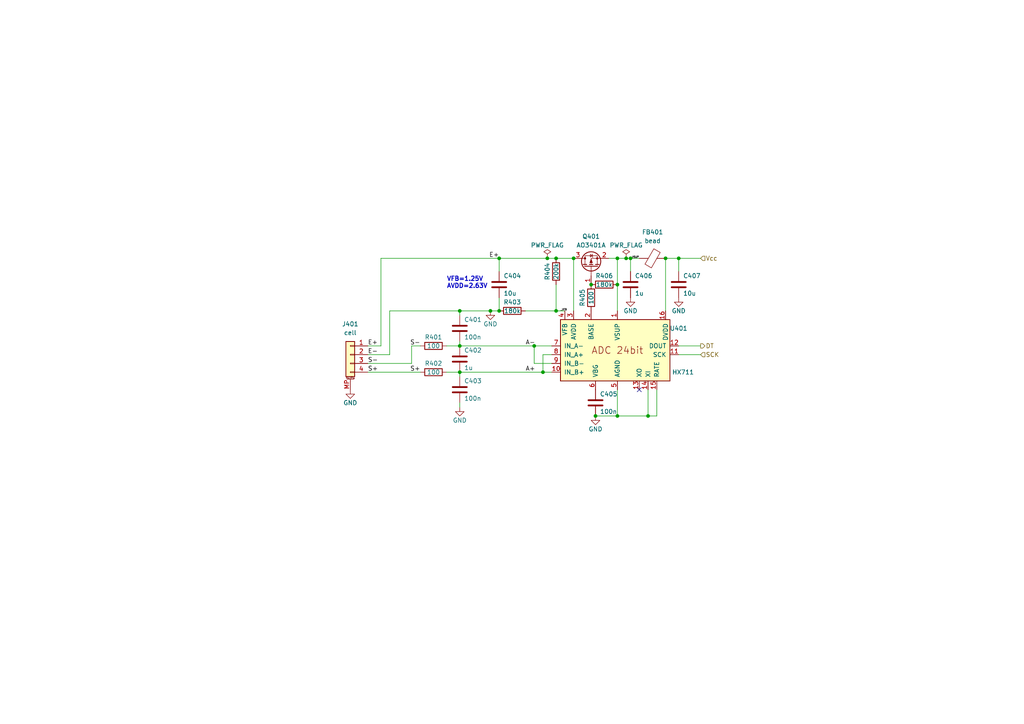
<source format=kicad_sch>
(kicad_sch (version 20211123) (generator eeschema)
  (paper "A4")
  (title_block (title "WiScale") (date "2022-11-14") (rev "1.0"))
  (lib_symbols
    (symbol "-modules:HX711" (pin_names (offset 1.016))
      (property "Reference" "U" (at 2.54 10.16 0))
      (property "Value" "HX711" (at -16.51 -10.16 0))
      (symbol "HX711_0_0"
        (text "ADC 24bit" (at 0 0 0) (effects (font (size 2 2))))
      )
      (symbol "HX711_0_1"
        (rectangle (start -16.51 8.89) (end 15.24 -8.89) (stroke (width 0.254)) (fill (type background)))
      )
      (symbol "HX711_1_1"
        (pin power_in line (at 0 11.43 270) (length 2.54) (name "VSUP") (number "1"))
        (pin input line (at -19.05 -6.35 0) (length 2.54) (name "IN_B+") (number "10"))
        (pin input line (at 17.78 -1.27 180) (length 2.54) (name "SCK") (number "11"))
        (pin output line (at 17.78 1.27 180) (length 2.54) (name "DOUT") (number "12"))
        (pin bidirectional line (at 6.35 -11.43 90) (length 2.54) (name "XO") (number "13"))
        (pin input line (at 8.89 -11.43 90) (length 2.54) (name "XI") (number "14"))
        (pin input line (at 11.43 -11.43 90) (length 2.54) (name "RATE") (number "15"))
        (pin power_in line (at 13.97 11.43 270) (length 2.54) (name "DVDD") (number "16"))
        (pin output line (at -7.62 11.43 270) (length 2.54) (name "BASE") (number "2"))
        (pin power_in line (at -12.7 11.43 270) (length 2.54) (name "AVDD") (number "3"))
        (pin input line (at -15.24 11.43 270) (length 2.54) (name "VFB") (number "4"))
        (pin power_in line (at 0 -11.43 90) (length 2.54) (name "AGND") (number "5"))
        (pin output line (at -6.35 -11.43 90) (length 2.54) (name "VBG") (number "6"))
        (pin input line (at -19.05 1.27 0) (length 2.54) (name "IN_A-") (number "7"))
        (pin input line (at -19.05 -1.27 0) (length 2.54) (name "IN_A+") (number "8"))
        (pin input line (at -19.05 -3.81 0) (length 2.54) (name "IN_B-") (number "9"))
      )
    )
    (symbol "Connector_Generic_MountingPin:Conn_01x04_MountingPin" (pin_names (offset 1.016) hide)
      (property "Reference" "J" (at 0 5.08 0))
      (property "Value" "Conn_01x04_MountingPin" (at 1.27 -7.62 0))
      (symbol "Conn_01x04_MountingPin_1_1"
        (rectangle (start -1.27 -4.953) (end 0 -5.207) (stroke (width 0.1524)))
        (rectangle (start -1.27 -2.413) (end 0 -2.667) (stroke (width 0.1524)))
        (rectangle (start -1.27 0.127) (end 0 -0.127) (stroke (width 0.1524)))
        (rectangle (start -1.27 2.667) (end 0 2.413) (stroke (width 0.1524)))
        (rectangle (start -1.27 3.81) (end 1.27 -6.35) (stroke (width 0.254)) (fill (type background)))
        (polyline (pts (xy -1.016 -7.112) (xy 1.016 -7.112)) (stroke (width 0.1524)))
        (text "Mounting" (at 0 -6.731 0) (effects (font (size 0.381 0.381))))
        (pin passive line (at -5.08 2.54 0) (length 3.81) (name "Pin_1") (number "1"))
        (pin passive line (at -5.08 0 0) (length 3.81) (name "Pin_2") (number "2"))
        (pin passive line (at -5.08 -2.54 0) (length 3.81) (name "Pin_3") (number "3"))
        (pin passive line (at -5.08 -5.08 0) (length 3.81) (name "Pin_4") (number "4"))
        (pin passive line (at 0 -10.16 90) (length 3.048) (name "MountPin") (number "MP"))
      )
    )
    (symbol "Device:C" (pin_numbers hide) (pin_names (offset 0.254))
      (property "Reference" "C" (at 0.635 2.54 0))
      (property "Value" "C" (at 0.635 -2.54 0))
      (symbol "C_0_1"
        (polyline (pts (xy -2.032 -0.762) (xy 2.032 -0.762)) (stroke (width 0.508)))
        (polyline (pts (xy -2.032 0.762) (xy 2.032 0.762)) (stroke (width 0.508)))
      )
      (symbol "C_1_1"
        (pin passive line (at 0 3.81 270) (length 2.794) (name "~") (number "1"))
        (pin passive line (at 0 -3.81 90) (length 2.794) (name "~") (number "2"))
      )
    )
    (symbol "Device:FerriteBead" (pin_numbers hide) (pin_names (offset 0))
      (property "Reference" "FB" (at -3.81 0.635 90))
      (property "Value" "FerriteBead" (at 3.81 0 90))
      (symbol "FerriteBead_0_1"
        (polyline (pts (xy 0 -1.27) (xy 0 -1.2192)))
        (polyline (pts (xy 0 1.27) (xy 0 1.2954)))
        (polyline (pts (xy -2.7686 0.4064) (xy -1.7018 2.2606) (xy 2.7686 -0.3048) (xy 1.6764 -2.159) (xy -2.7686 0.4064)))
      )
      (symbol "FerriteBead_1_1"
        (pin passive line (at 0 3.81 270) (length 2.54) (name "~") (number "1"))
        (pin passive line (at 0 -3.81 90) (length 2.54) (name "~") (number "2"))
      )
    )
    (symbol "Device:R" (pin_numbers hide) (pin_names (offset 0))
      (property "Reference" "R" (at 2.032 0 90))
      (property "Value" "R" (at 0 0 90))
      (symbol "R_0_1"
        (rectangle (start -1.016 -2.54) (end 1.016 2.54) (stroke (width 0.254)))
      )
      (symbol "R_1_1"
        (pin passive line (at 0 3.81 270) (length 1.27) (name "~") (number "1"))
        (pin passive line (at 0 -3.81 90) (length 1.27) (name "~") (number "2"))
      )
    )
    (symbol "Transistor_FET:AO3401A" (pin_names hide)
      (property "Reference" "Q" (at 5.08 1.905 0))
      (property "Value" "AO3401A" (at 5.08 0 0))
      (symbol "AO3401A_0_1"
        (polyline (pts (xy 0.254 0) (xy -2.54 0)))
        (polyline (pts (xy 0.254 1.905) (xy 0.254 -1.905)) (stroke (width 0.254)))
        (polyline (pts (xy 0.762 -1.27) (xy 0.762 -2.286)) (stroke (width 0.254)))
        (polyline (pts (xy 0.762 0.508) (xy 0.762 -0.508)) (stroke (width 0.254)))
        (polyline (pts (xy 0.762 2.286) (xy 0.762 1.27)) (stroke (width 0.254)))
        (polyline (pts (xy 2.54 2.54) (xy 2.54 1.778)))
        (polyline (pts (xy 2.54 -2.54) (xy 2.54 0) (xy 0.762 0)))
        (polyline (pts (xy 0.762 1.778) (xy 3.302 1.778) (xy 3.302 -1.778) (xy 0.762 -1.778)))
        (polyline (pts (xy 2.286 0) (xy 1.27 0.381) (xy 1.27 -0.381) (xy 2.286 0)) (fill (type outline)))
        (polyline (pts (xy 2.794 -0.508) (xy 2.921 -0.381) (xy 3.683 -0.381) (xy 3.81 -0.254)))
        (polyline (pts (xy 3.302 -0.381) (xy 2.921 0.254) (xy 3.683 0.254) (xy 3.302 -0.381)))
        (circle (center 1.651 0) (radius 2.794) (stroke (width 0.254)))
        (circle (center 2.54 -1.778) (radius 0.254) (fill (type outline)))
        (circle (center 2.54 1.778) (radius 0.254) (fill (type outline)))
      )
      (symbol "AO3401A_1_1"
        (pin input line (at -5.08 0 0) (length 2.54) (name "G") (number "1"))
        (pin passive line (at 2.54 -5.08 90) (length 2.54) (name "S") (number "2"))
        (pin passive line (at 2.54 5.08 270) (length 2.54) (name "D") (number "3"))
      )
    )
    (symbol "power:GND" (power) (pin_names (offset 0))
      (property "Value" "GND" (at 0 -3.81 0))
      (symbol "GND_0_1"
        (polyline (pts (xy 0 0) (xy 0 -1.27) (xy 1.27 -1.27) (xy 0 -2.54) (xy -1.27 -1.27) (xy 0 -1.27)))
      )
      (symbol "GND_1_1"
        (pin power_in line (at 0 0 270) (length 0) hide (name "GND") (number "1"))
      )
    )
    (symbol "power:PWR_FLAG" (power) (pin_numbers hide) (pin_names (offset 0) hide)
      (property "Value" "PWR_FLAG" (at 0 3.81 0))
      (symbol "PWR_FLAG_0_0"
        (pin power_out line (at 0 0 90) (length 0) (name "pwr") (number "1"))
      )
      (symbol "PWR_FLAG_0_1"
        (polyline (pts (xy 0 0) (xy 0 1.27) (xy -1.016 1.905) (xy 0 2.54) (xy 1.016 1.905) (xy 0 1.27)))
      )
    )
  )
  (junction (at 158.75 74.93))
  (junction (at 157.48 107.95))
  (junction (at 133.35 107.95))
  (junction (at 179.07 82.55))
  (junction (at 161.29 90.17))
  (junction (at 144.78 90.17))
  (junction (at 154.94 100.33))
  (junction (at 193.04 74.93))
  (junction (at 181.61 74.93))
  (junction (at 133.35 90.17))
  (junction (at 166.37 74.93))
  (junction (at 196.85 74.93))
  (junction (at 179.07 120.65))
  (junction (at 161.29 74.93))
  (junction (at 171.45 82.55))
  (junction (at 179.07 74.93))
  (junction (at 144.78 74.93))
  (junction (at 187.96 120.65))
  (junction (at 172.72 120.65))
  (junction (at 133.35 100.33))
  (junction (at 142.24 90.17))
  (junction (at 182.88 74.93))
  (no_connect (at 185.42 113.03))
  (wire (pts (xy 133.35 100.33) (xy 154.94 100.33)))
  (wire (pts (xy 129.54 100.33) (xy 133.35 100.33)))
  (wire (pts (xy 158.75 74.93) (xy 161.29 74.93)))
  (wire (pts (xy 187.96 120.65) (xy 179.07 120.65)))
  (wire (pts (xy 203.2 102.87) (xy 196.85 102.87)))
  (wire (pts (xy 133.35 90.17) (xy 142.24 90.17)))
  (wire (pts (xy 182.88 74.93) (xy 185.42 74.93)))
  (wire (pts (xy 161.29 82.55) (xy 161.29 90.17)))
  (wire (pts (xy 133.35 99.06) (xy 133.35 100.33)))
  (wire (pts (xy 142.24 90.17) (xy 144.78 90.17)))
  (wire (pts (xy 106.68 100.33) (xy 110.49 100.33)))
  (wire (pts (xy 144.78 78.74) (xy 144.78 74.93)))
  (wire (pts (xy 176.53 74.93) (xy 179.07 74.93)))
  (wire (pts (xy 193.04 74.93) (xy 193.04 90.17)))
  (wire (pts (xy 133.35 90.17) (xy 133.35 91.44)))
  (wire (pts (xy 133.35 109.22) (xy 133.35 107.95)))
  (wire (pts (xy 129.54 107.95) (xy 133.35 107.95)))
  (wire (pts (xy 196.85 74.93) (xy 203.2 74.93)))
  (wire (pts (xy 154.94 105.41) (xy 160.02 105.41)))
  (wire (pts (xy 157.48 102.87) (xy 160.02 102.87)))
  (wire (pts (xy 119.38 100.33) (xy 121.92 100.33)))
  (wire (pts (xy 187.96 113.03) (xy 187.96 120.65)))
  (wire (pts (xy 157.48 102.87) (xy 157.48 107.95)))
  (wire (pts (xy 106.68 105.41) (xy 119.38 105.41)))
  (wire (pts (xy 133.35 107.95) (xy 157.48 107.95)))
  (wire (pts (xy 193.04 74.93) (xy 196.85 74.93)))
  (wire (pts (xy 179.07 74.93) (xy 181.61 74.93)))
  (wire (pts (xy 181.61 74.93) (xy 182.88 74.93)))
  (wire (pts (xy 190.5 113.03) (xy 190.5 120.65)))
  (wire (pts (xy 106.68 102.87) (xy 113.03 102.87)))
  (wire (pts (xy 190.5 120.65) (xy 187.96 120.65)))
  (wire (pts (xy 179.07 82.55) (xy 179.07 90.17)))
  (wire (pts (xy 113.03 102.87) (xy 113.03 90.17)))
  (wire (pts (xy 152.4 90.17) (xy 161.29 90.17)))
  (wire (pts (xy 172.72 120.65) (xy 179.07 120.65)))
  (wire (pts (xy 179.07 74.93) (xy 179.07 82.55)))
  (wire (pts (xy 182.88 78.74) (xy 182.88 74.93)))
  (wire (pts (xy 144.78 86.36) (xy 144.78 90.17)))
  (wire (pts (xy 106.68 107.95) (xy 121.92 107.95)))
  (wire (pts (xy 157.48 107.95) (xy 160.02 107.95)))
  (wire (pts (xy 161.29 90.17) (xy 163.83 90.17)))
  (wire (pts (xy 166.37 74.93) (xy 166.37 90.17)))
  (wire (pts (xy 133.35 118.11) (xy 133.35 116.84)))
  (wire (pts (xy 113.03 90.17) (xy 133.35 90.17)))
  (wire (pts (xy 154.94 105.41) (xy 154.94 100.33)))
  (wire (pts (xy 119.38 105.41) (xy 119.38 100.33)))
  (wire (pts (xy 110.49 100.33) (xy 110.49 74.93)))
  (wire (pts (xy 203.2 100.33) (xy 196.85 100.33)))
  (wire (pts (xy 154.94 100.33) (xy 160.02 100.33)))
  (wire (pts (xy 196.85 78.74) (xy 196.85 74.93)))
  (wire (pts (xy 161.29 74.93) (xy 166.37 74.93)))
  (wire (pts (xy 144.78 74.93) (xy 158.75 74.93)))
  (wire (pts (xy 110.49 74.93) (xy 144.78 74.93)))
  (wire (pts (xy 179.07 120.65) (xy 179.07 113.03)))
  (text "VFB=1.25V\nAVDD=2.63V" (at 129.54 83.82 0) (effects (font (size 1.27 1.27) (thickness 0.254) bold) (justify left bottom)))
  (label "E+" (at 144.78 74.93 180))
  (label "_VFB" (at 162.56 90.17 0) (effects (font (size 0.5 0.5))))
  (label "E-" (at 106.68 102.87 0))
  (label "S-" (at 106.68 105.41 0))
  (label "A+" (at 152.4 107.95 0))
  (label "S+" (at 121.92 107.95 180))
  (label "_VSUP" (at 182.88 74.93 0) (effects (font (size 0.5 0.5))))
  (label "S+" (at 106.68 107.95 0))
  (label "E+" (at 106.68 100.33 0))
  (label "S-" (at 121.92 100.33 180))
  (label "A-" (at 152.4 100.33 0))
  (hierarchical_label "SCK" (shape input) (at 203.2 102.87 0))
  (hierarchical_label "Vcc" (shape input) (at 203.2 74.93 0))
  (hierarchical_label "DT" (shape output) (at 203.2 100.33 0))
  (symbol (lib_id "Device:R") (at 175.26 82.55 90) (unit 1)
    (property "Reference" "R406" (at 175.26 80.01 90))
    (property "Value" "180k" (at 175.26 82.55 90))
    (property "Footprint" "Resistor_SMD:R_0805_2012Metric_Pad1.20x1.40mm_HandSolder" (effects hide))
  )
  (symbol (lib_id "Device:R") (at 171.45 86.36 0) (unit 1)
    (property "Reference" "R405" (at 168.91 86.36 90))
    (property "Value" "100" (at 171.45 86.36 90))
    (property "Footprint" "Resistor_SMD:R_0805_2012Metric_Pad1.20x1.40mm_HandSolder" (effects hide))
  )
  (symbol (lib_id "Transistor_FET:AO3401A") (at 171.45 77.47 90) (unit 1)
    (property "Reference" "Q401" (at 171.45 68.58 90))
    (property "Value" "AO3401A" (at 171.45 71.12 90))
    (property "Footprint" "Package_TO_SOT_SMD:SOT-23" (effects hide))
    (property "Datasheet" "http://www.aosmd.com/pdfs/datasheet/AO3401A.pdf" (effects hide))
  )
  (symbol (lib_id "Device:C") (at 133.35 95.25 180) (unit 1)
    (property "Reference" "C401" (at 134.62 92.71 0) (effects (justify right)))
    (property "Value" "100n" (at 134.62 97.79 0) (effects (justify right)))
    (property "Footprint" "Capacitor_SMD:C_0805_2012Metric_Pad1.18x1.45mm_HandSolder" (effects hide))
  )
  (symbol (lib_id "power:GND") (at 101.6 113.03 0) (unit 1)
    (property "Reference" "#PWR0401" (effects hide))
    (property "Value" "GND" (at 101.6 116.84 0))
  )
  (symbol (lib_id "Device:R") (at 161.29 78.74 0) (unit 1)
    (property "Reference" "R404" (at 158.75 78.74 90))
    (property "Value" "200k" (at 161.29 78.74 90))
    (property "Footprint" "Resistor_SMD:R_0805_2012Metric_Pad1.20x1.40mm_HandSolder" (effects hide))
  )
  (symbol (lib_id "Device:C") (at 172.72 116.84 180) (unit 1)
    (property "Reference" "C405" (at 173.99 114.3 0) (effects (justify right)))
    (property "Value" "100n" (at 173.99 119.38 0) (effects (justify right)))
    (property "Footprint" "Capacitor_SMD:C_0805_2012Metric_Pad1.18x1.45mm_HandSolder" (effects hide))
  )
  (symbol (lib_id "power:GND") (at 172.72 120.65 0) (unit 1)
    (property "Reference" "#PWR0404" (effects hide))
    (property "Value" "GND" (at 172.72 124.46 0))
  )
  (symbol (lib_id "Device:C") (at 196.85 82.55 180) (unit 1)
    (property "Reference" "C407" (at 198.12 80.01 0) (effects (justify right)))
    (property "Value" "10u" (at 198.12 85.09 0) (effects (justify right)))
    (property "Footprint" "Capacitor_SMD:C_0805_2012Metric_Pad1.18x1.45mm_HandSolder" (effects hide))
  )
  (symbol (lib_id "Device:R") (at 148.59 90.17 270) (unit 1)
    (property "Reference" "R403" (at 148.59 87.63 90))
    (property "Value" "180k" (at 148.59 90.17 90))
    (property "Footprint" "Resistor_SMD:R_0805_2012Metric_Pad1.20x1.40mm_HandSolder" (effects hide))
  )
  (symbol (lib_id "power:GND") (at 182.88 86.36 0) (unit 1)
    (property "Reference" "#PWR0405" (effects hide))
    (property "Value" "GND" (at 182.88 90.17 0))
  )
  (symbol (lib_id "power:GND") (at 133.35 118.11 0) (unit 1)
    (property "Reference" "#PWR0402" (effects hide))
    (property "Value" "GND" (at 133.35 121.92 0))
  )
  (symbol (lib_id "Device:R") (at 125.73 100.33 270) (unit 1)
    (property "Reference" "R401" (at 125.73 97.79 90))
    (property "Value" "100" (at 125.73 100.33 90))
    (property "Footprint" "Resistor_SMD:R_0805_2012Metric_Pad1.20x1.40mm_HandSolder" (effects hide))
  )
  (symbol (lib_id "Device:C") (at 133.35 113.03 180) (unit 1)
    (property "Reference" "C403" (at 134.62 110.49 0) (effects (justify right)))
    (property "Value" "100n" (at 134.62 115.57 0) (effects (justify right)))
    (property "Footprint" "Capacitor_SMD:C_0805_2012Metric_Pad1.18x1.45mm_HandSolder" (effects hide))
  )
  (symbol (lib_id "-modules:HX711") (at 179.07 101.6 0) (unit 1)
    (property "Reference" "U401" (at 196.85 95.25 0))
    (property "Value" "HX711" (at 198.12 107.95 0))
    (property "Footprint" "Package_SO:SOP-16_4.4x10.4mm_P1.27mm" (effects hide))
    (property "Datasheet" "https://cdn.sparkfun.com/datasheets/Sensors/ForceFlex/hx711_english.pdf" (effects hide))
    (property "LCSC Part Number" "C43656" (effects hide))
  )
  (symbol (lib_id "Device:C") (at 182.88 82.55 180) (unit 1)
    (property "Reference" "C406" (at 184.15 80.01 0) (effects (justify right)))
    (property "Value" "1u" (at 184.15 85.09 0) (effects (justify right)))
    (property "Footprint" "Capacitor_SMD:C_0805_2012Metric_Pad1.18x1.45mm_HandSolder" (effects hide))
  )
  (symbol (lib_id "power:PWR_FLAG") (at 158.75 74.93 0) (unit 1)
    (property "Reference" "#FLG0401" (effects hide))
    (property "Value" "PWR_FLAG" (at 158.75 71.12 0))
  )
  (symbol (lib_id "Device:R") (at 125.73 107.95 270) (unit 1)
    (property "Reference" "R402" (at 125.73 105.41 90))
    (property "Value" "100" (at 125.73 107.95 90))
    (property "Footprint" "Resistor_SMD:R_0805_2012Metric_Pad1.20x1.40mm_HandSolder" (effects hide))
  )
  (symbol (lib_id "power:GND") (at 196.85 86.36 0) (unit 1)
    (property "Reference" "#PWR0406" (effects hide))
    (property "Value" "GND" (at 196.85 90.17 0))
  )
  (symbol (lib_id "Connector_Generic_MountingPin:Conn_01x04_MountingPin") (at 101.6 102.87 0) (mirror y) (unit 1)
    (property "Reference" "J401" (at 101.6 93.98 0))
    (property "Value" "cell" (at 101.6 96.52 0))
    (property "Footprint" "-local:JST_XH_S4B-XH-SM4-TB_1x04-1MP_P2.50mm_Horizontal" (effects hide))
  )
  (symbol (lib_id "Device:C") (at 144.78 82.55 180) (unit 1)
    (property "Reference" "C404" (at 146.05 80.01 0) (effects (justify right)))
    (property "Value" "10u" (at 146.05 85.09 0) (effects (justify right)))
    (property "Footprint" "Capacitor_SMD:C_0805_2012Metric_Pad1.18x1.45mm_HandSolder" (effects hide))
  )
  (symbol (lib_id "Device:C") (at 133.35 104.14 0) (unit 1)
    (property "Reference" "C402" (at 134.62 101.6 0) (effects (justify left)))
    (property "Value" "1u" (at 134.62 106.68 0) (effects (justify left)))
    (property "Footprint" "Capacitor_SMD:C_0805_2012Metric_Pad1.18x1.45mm_HandSolder" (effects hide))
  )
  (symbol (lib_id "Device:FerriteBead") (at 189.23 74.93 270) (unit 1)
    (property "Reference" "FB401" (at 189.2808 67.31 90))
    (property "Value" "bead" (at 189.2808 69.85 90))
    (property "Footprint" "Inductor_SMD:L_0805_2012Metric_Pad1.15x1.40mm_HandSolder" (effects hide))
  )
  (symbol (lib_id "power:GND") (at 142.24 90.17 0) (unit 1)
    (property "Reference" "#PWR0403" (effects hide))
    (property "Value" "GND" (at 142.24 93.98 0))
  )
  (symbol (lib_id "power:PWR_FLAG") (at 181.61 74.93 0) (unit 1)
    (property "Reference" "#FLG0402" (effects hide))
    (property "Value" "PWR_FLAG" (at 181.61 71.12 0))
  )
)
</source>
